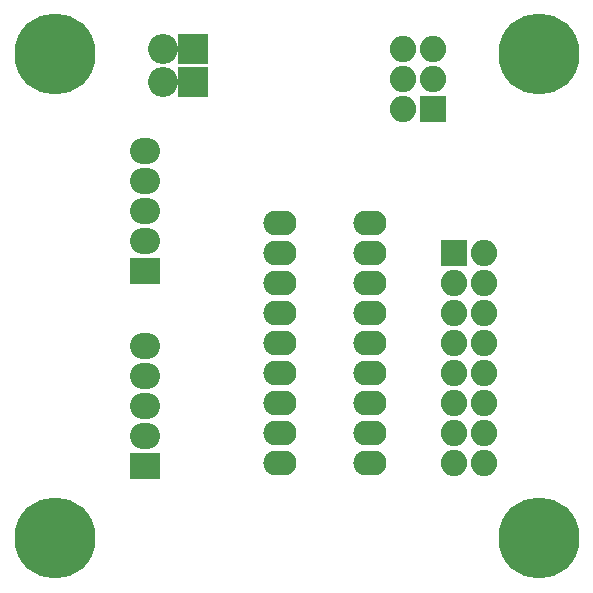
<source format=gbs>
G04 #@! TF.FileFunction,Soldermask,Bot*
%FSLAX46Y46*%
G04 Gerber Fmt 4.6, Leading zero omitted, Abs format (unit mm)*
G04 Created by KiCad (PCBNEW (after 2015-mar-04 BZR unknown)-product) date 12/21/2015 2:53:08 PM*
%MOMM*%
G01*
G04 APERTURE LIST*
%ADD10C,0.150000*%
%ADD11O,2.808000X2.108000*%
%ADD12C,6.858000*%
%ADD13R,2.540000X2.540000*%
%ADD14O,2.540000X2.540000*%
%ADD15R,2.235200X2.235200*%
%ADD16O,2.235200X2.235200*%
%ADD17R,2.540000X2.235200*%
%ADD18O,2.540000X2.235200*%
G04 APERTURE END LIST*
D10*
D11*
X23114000Y-18288000D03*
X23114000Y-20828000D03*
X23114000Y-23368000D03*
X23114000Y-25908000D03*
X23114000Y-28448000D03*
X23114000Y-30988000D03*
X23114000Y-33528000D03*
X23114000Y-36068000D03*
X23114000Y-38608000D03*
X30734000Y-38608000D03*
X30734000Y-36068000D03*
X30734000Y-33528000D03*
X30734000Y-30988000D03*
X30734000Y-28448000D03*
X30734000Y-25908000D03*
X30734000Y-23368000D03*
X30734000Y-20828000D03*
X30734000Y-18288000D03*
D12*
X4000000Y-45000000D03*
X4000000Y-4000000D03*
X45000000Y-45000000D03*
X45000000Y-4000000D03*
D13*
X15748000Y-3556000D03*
D14*
X13208000Y-3556000D03*
D13*
X15748000Y-6350000D03*
D14*
X13208000Y-6350000D03*
D15*
X36068000Y-8636000D03*
D16*
X33528000Y-8636000D03*
X36068000Y-6096000D03*
X33528000Y-6096000D03*
X36068000Y-3556000D03*
X33528000Y-3556000D03*
D17*
X11684000Y-22352000D03*
D18*
X11684000Y-19812000D03*
X11684000Y-17272000D03*
X11684000Y-14732000D03*
X11684000Y-12192000D03*
D17*
X11684000Y-38862000D03*
D18*
X11684000Y-36322000D03*
X11684000Y-33782000D03*
X11684000Y-31242000D03*
X11684000Y-28702000D03*
D15*
X37846000Y-20828000D03*
D16*
X40386000Y-20828000D03*
X37846000Y-23368000D03*
X40386000Y-23368000D03*
X37846000Y-25908000D03*
X40386000Y-25908000D03*
X37846000Y-28448000D03*
X40386000Y-28448000D03*
X37846000Y-30988000D03*
X40386000Y-30988000D03*
X37846000Y-33528000D03*
X40386000Y-33528000D03*
X37846000Y-36068000D03*
X40386000Y-36068000D03*
X37846000Y-38608000D03*
X40386000Y-38608000D03*
M02*

</source>
